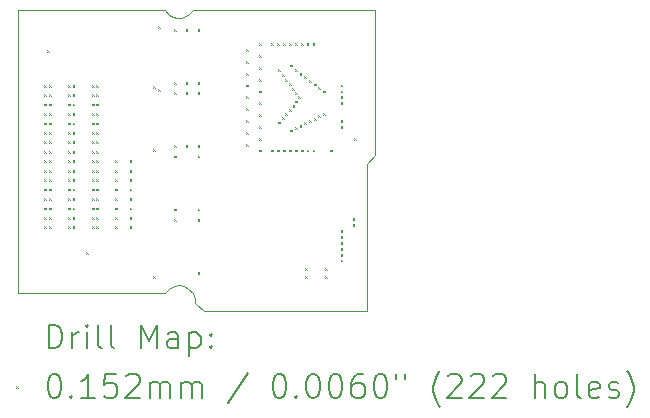
<source format=gbr>
%TF.GenerationSoftware,KiCad,Pcbnew,8.0.5*%
%TF.CreationDate,2025-10-23T09:57:47-05:00*%
%TF.ProjectId,iris-128s,69726973-2d31-4323-9873-2e6b69636164,1*%
%TF.SameCoordinates,Original*%
%TF.FileFunction,Drillmap*%
%TF.FilePolarity,Positive*%
%FSLAX45Y45*%
G04 Gerber Fmt 4.5, Leading zero omitted, Abs format (unit mm)*
G04 Created by KiCad (PCBNEW 8.0.5) date 2025-10-23 09:57:47*
%MOMM*%
%LPD*%
G01*
G04 APERTURE LIST*
%ADD10C,0.050000*%
%ADD11C,0.200000*%
%ADD12C,0.100000*%
G04 APERTURE END LIST*
D10*
X9550000Y-10400000D02*
X9550000Y-8000000D01*
X10990000Y-10360000D02*
X11030000Y-10400000D01*
X11000000Y-8035000D02*
X11030000Y-8000000D01*
X12570000Y-8000000D02*
X12570000Y-9230000D01*
X10790000Y-10400000D02*
X10830000Y-10360000D01*
X10895000Y-8070000D02*
X10930000Y-8070000D01*
X9550000Y-8000000D02*
X10790000Y-8000000D01*
X10830000Y-10360000D02*
X10870000Y-10340000D01*
X10790000Y-10400000D02*
X9550000Y-10400000D01*
X11030000Y-10400000D02*
X11050000Y-10450000D01*
X12100000Y-10550000D02*
X11120000Y-10550000D01*
X10790000Y-8000000D02*
X10825000Y-8040000D01*
X11050000Y-10450000D02*
X11050000Y-10480000D01*
X10950000Y-10340250D02*
X10990000Y-10360000D01*
X10970000Y-8055000D02*
X11000000Y-8035000D01*
X12500000Y-9300000D02*
X12500000Y-10550000D01*
X10910000Y-10330000D02*
X10950000Y-10340250D01*
X10930000Y-8070000D02*
X10970000Y-8055000D01*
X10825000Y-8040000D02*
X10860000Y-8060000D01*
X12570000Y-9230000D02*
X12500000Y-9300000D01*
X11120000Y-10550000D02*
X11050000Y-10480000D01*
X10870000Y-10340000D02*
X10910000Y-10330000D01*
X12500000Y-10550000D02*
X12100000Y-10550000D01*
X10860000Y-8060000D02*
X10895000Y-8070000D01*
X11030000Y-8000000D02*
X12570000Y-8000000D01*
D11*
D12*
X9772852Y-8632720D02*
X9788092Y-8647960D01*
X9788092Y-8632720D02*
X9772852Y-8647960D01*
X9772852Y-8712720D02*
X9788092Y-8727960D01*
X9788092Y-8712720D02*
X9772852Y-8727960D01*
X9772852Y-8792720D02*
X9788092Y-8807960D01*
X9788092Y-8792720D02*
X9772852Y-8807960D01*
X9772852Y-8872720D02*
X9788092Y-8887960D01*
X9788092Y-8872720D02*
X9772852Y-8887960D01*
X9772852Y-8952720D02*
X9788092Y-8967960D01*
X9788092Y-8952720D02*
X9772852Y-8967960D01*
X9772852Y-9032720D02*
X9788092Y-9047960D01*
X9788092Y-9032720D02*
X9772852Y-9047960D01*
X9772852Y-9112720D02*
X9788092Y-9127960D01*
X9788092Y-9112720D02*
X9772852Y-9127960D01*
X9772852Y-9192720D02*
X9788092Y-9207960D01*
X9788092Y-9192720D02*
X9772852Y-9207960D01*
X9772852Y-9272720D02*
X9788092Y-9287960D01*
X9788092Y-9272720D02*
X9772852Y-9287960D01*
X9772852Y-9352720D02*
X9788092Y-9367960D01*
X9788092Y-9352720D02*
X9772852Y-9367960D01*
X9772852Y-9432720D02*
X9788092Y-9447960D01*
X9788092Y-9432720D02*
X9772852Y-9447960D01*
X9772852Y-9512720D02*
X9788092Y-9527960D01*
X9788092Y-9512720D02*
X9772852Y-9527960D01*
X9772852Y-9592720D02*
X9788092Y-9607960D01*
X9788092Y-9592720D02*
X9772852Y-9607960D01*
X9772852Y-9672720D02*
X9788092Y-9687960D01*
X9788092Y-9672720D02*
X9772852Y-9687960D01*
X9772852Y-9752720D02*
X9788092Y-9767960D01*
X9788092Y-9752720D02*
X9772852Y-9767960D01*
X9772852Y-9832720D02*
X9788092Y-9847960D01*
X9788092Y-9832720D02*
X9772852Y-9847960D01*
X9796780Y-8340890D02*
X9812020Y-8356130D01*
X9812020Y-8340890D02*
X9796780Y-8356130D01*
X9811570Y-8632732D02*
X9826810Y-8647972D01*
X9826810Y-8632732D02*
X9811570Y-8647972D01*
X9811570Y-8712732D02*
X9826810Y-8727972D01*
X9826810Y-8712732D02*
X9811570Y-8727972D01*
X9811570Y-8792732D02*
X9826810Y-8807972D01*
X9826810Y-8792732D02*
X9811570Y-8807972D01*
X9811570Y-8872732D02*
X9826810Y-8887972D01*
X9826810Y-8872732D02*
X9811570Y-8887972D01*
X9811570Y-8952732D02*
X9826810Y-8967972D01*
X9826810Y-8952732D02*
X9811570Y-8967972D01*
X9811570Y-9032732D02*
X9826810Y-9047972D01*
X9826810Y-9032732D02*
X9811570Y-9047972D01*
X9811570Y-9112732D02*
X9826810Y-9127972D01*
X9826810Y-9112732D02*
X9811570Y-9127972D01*
X9811570Y-9192732D02*
X9826810Y-9207972D01*
X9826810Y-9192732D02*
X9811570Y-9207972D01*
X9811570Y-9272732D02*
X9826810Y-9287972D01*
X9826810Y-9272732D02*
X9811570Y-9287972D01*
X9811570Y-9352732D02*
X9826810Y-9367972D01*
X9826810Y-9352732D02*
X9811570Y-9367972D01*
X9811570Y-9432732D02*
X9826810Y-9447972D01*
X9826810Y-9432732D02*
X9811570Y-9447972D01*
X9811570Y-9512732D02*
X9826810Y-9527972D01*
X9826810Y-9512732D02*
X9811570Y-9527972D01*
X9811570Y-9592732D02*
X9826810Y-9607972D01*
X9826810Y-9592732D02*
X9811570Y-9607972D01*
X9811570Y-9672732D02*
X9826810Y-9687972D01*
X9826810Y-9672732D02*
X9811570Y-9687972D01*
X9811570Y-9752732D02*
X9826810Y-9767972D01*
X9826810Y-9752732D02*
X9811570Y-9767972D01*
X9811570Y-9832732D02*
X9826810Y-9847972D01*
X9826810Y-9832732D02*
X9811570Y-9847972D01*
X9972852Y-8632720D02*
X9988092Y-8647960D01*
X9988092Y-8632720D02*
X9972852Y-8647960D01*
X9972852Y-8712720D02*
X9988092Y-8727960D01*
X9988092Y-8712720D02*
X9972852Y-8727960D01*
X9972852Y-8792720D02*
X9988092Y-8807960D01*
X9988092Y-8792720D02*
X9972852Y-8807960D01*
X9972852Y-8872720D02*
X9988092Y-8887960D01*
X9988092Y-8872720D02*
X9972852Y-8887960D01*
X9972852Y-8952720D02*
X9988092Y-8967960D01*
X9988092Y-8952720D02*
X9972852Y-8967960D01*
X9972852Y-9032720D02*
X9988092Y-9047960D01*
X9988092Y-9032720D02*
X9972852Y-9047960D01*
X9972852Y-9112720D02*
X9988092Y-9127960D01*
X9988092Y-9112720D02*
X9972852Y-9127960D01*
X9972852Y-9192720D02*
X9988092Y-9207960D01*
X9988092Y-9192720D02*
X9972852Y-9207960D01*
X9972852Y-9272720D02*
X9988092Y-9287960D01*
X9988092Y-9272720D02*
X9972852Y-9287960D01*
X9972852Y-9352720D02*
X9988092Y-9367960D01*
X9988092Y-9352720D02*
X9972852Y-9367960D01*
X9972852Y-9432720D02*
X9988092Y-9447960D01*
X9988092Y-9432720D02*
X9972852Y-9447960D01*
X9972852Y-9512720D02*
X9988092Y-9527960D01*
X9988092Y-9512720D02*
X9972852Y-9527960D01*
X9972852Y-9592720D02*
X9988092Y-9607960D01*
X9988092Y-9592720D02*
X9972852Y-9607960D01*
X9972852Y-9672720D02*
X9988092Y-9687960D01*
X9988092Y-9672720D02*
X9972852Y-9687960D01*
X9972852Y-9752720D02*
X9988092Y-9767960D01*
X9988092Y-9752720D02*
X9972852Y-9767960D01*
X9972852Y-9832720D02*
X9988092Y-9847960D01*
X9988092Y-9832720D02*
X9972852Y-9847960D01*
X10011570Y-8632732D02*
X10026810Y-8647972D01*
X10026810Y-8632732D02*
X10011570Y-8647972D01*
X10011570Y-8712732D02*
X10026810Y-8727972D01*
X10026810Y-8712732D02*
X10011570Y-8727972D01*
X10011570Y-8792732D02*
X10026810Y-8807972D01*
X10026810Y-8792732D02*
X10011570Y-8807972D01*
X10011570Y-8872732D02*
X10026810Y-8887972D01*
X10026810Y-8872732D02*
X10011570Y-8887972D01*
X10011570Y-8952732D02*
X10026810Y-8967972D01*
X10026810Y-8952732D02*
X10011570Y-8967972D01*
X10011570Y-9032732D02*
X10026810Y-9047972D01*
X10026810Y-9032732D02*
X10011570Y-9047972D01*
X10011570Y-9112732D02*
X10026810Y-9127972D01*
X10026810Y-9112732D02*
X10011570Y-9127972D01*
X10011570Y-9192732D02*
X10026810Y-9207972D01*
X10026810Y-9192732D02*
X10011570Y-9207972D01*
X10011570Y-9272732D02*
X10026810Y-9287972D01*
X10026810Y-9272732D02*
X10011570Y-9287972D01*
X10011570Y-9352732D02*
X10026810Y-9367972D01*
X10026810Y-9352732D02*
X10011570Y-9367972D01*
X10011570Y-9432732D02*
X10026810Y-9447972D01*
X10026810Y-9432732D02*
X10011570Y-9447972D01*
X10011570Y-9512732D02*
X10026810Y-9527972D01*
X10026810Y-9512732D02*
X10011570Y-9527972D01*
X10011570Y-9592732D02*
X10026810Y-9607972D01*
X10026810Y-9592732D02*
X10011570Y-9607972D01*
X10011570Y-9672732D02*
X10026810Y-9687972D01*
X10026810Y-9672732D02*
X10011570Y-9687972D01*
X10011570Y-9752732D02*
X10026810Y-9767972D01*
X10026810Y-9752732D02*
X10011570Y-9767972D01*
X10011570Y-9832732D02*
X10026810Y-9847972D01*
X10026810Y-9832732D02*
X10011570Y-9847972D01*
X10124186Y-10047440D02*
X10139426Y-10062680D01*
X10139426Y-10047440D02*
X10124186Y-10062680D01*
X10172852Y-8632720D02*
X10188092Y-8647960D01*
X10188092Y-8632720D02*
X10172852Y-8647960D01*
X10172852Y-8712720D02*
X10188092Y-8727960D01*
X10188092Y-8712720D02*
X10172852Y-8727960D01*
X10172852Y-8792720D02*
X10188092Y-8807960D01*
X10188092Y-8792720D02*
X10172852Y-8807960D01*
X10172852Y-8872720D02*
X10188092Y-8887960D01*
X10188092Y-8872720D02*
X10172852Y-8887960D01*
X10172852Y-8952720D02*
X10188092Y-8967960D01*
X10188092Y-8952720D02*
X10172852Y-8967960D01*
X10172852Y-9032720D02*
X10188092Y-9047960D01*
X10188092Y-9032720D02*
X10172852Y-9047960D01*
X10172852Y-9112720D02*
X10188092Y-9127960D01*
X10188092Y-9112720D02*
X10172852Y-9127960D01*
X10172852Y-9192720D02*
X10188092Y-9207960D01*
X10188092Y-9192720D02*
X10172852Y-9207960D01*
X10172852Y-9272720D02*
X10188092Y-9287960D01*
X10188092Y-9272720D02*
X10172852Y-9287960D01*
X10172852Y-9352720D02*
X10188092Y-9367960D01*
X10188092Y-9352720D02*
X10172852Y-9367960D01*
X10172852Y-9432720D02*
X10188092Y-9447960D01*
X10188092Y-9432720D02*
X10172852Y-9447960D01*
X10172852Y-9512720D02*
X10188092Y-9527960D01*
X10188092Y-9512720D02*
X10172852Y-9527960D01*
X10172852Y-9592720D02*
X10188092Y-9607960D01*
X10188092Y-9592720D02*
X10172852Y-9607960D01*
X10172852Y-9672720D02*
X10188092Y-9687960D01*
X10188092Y-9672720D02*
X10172852Y-9687960D01*
X10172852Y-9752720D02*
X10188092Y-9767960D01*
X10188092Y-9752720D02*
X10172852Y-9767960D01*
X10172852Y-9832720D02*
X10188092Y-9847960D01*
X10188092Y-9832720D02*
X10172852Y-9847960D01*
X10211570Y-8632732D02*
X10226810Y-8647972D01*
X10226810Y-8632732D02*
X10211570Y-8647972D01*
X10211570Y-8712732D02*
X10226810Y-8727972D01*
X10226810Y-8712732D02*
X10211570Y-8727972D01*
X10211570Y-8792732D02*
X10226810Y-8807972D01*
X10226810Y-8792732D02*
X10211570Y-8807972D01*
X10211570Y-8872732D02*
X10226810Y-8887972D01*
X10226810Y-8872732D02*
X10211570Y-8887972D01*
X10211570Y-8952732D02*
X10226810Y-8967972D01*
X10226810Y-8952732D02*
X10211570Y-8967972D01*
X10211570Y-9032732D02*
X10226810Y-9047972D01*
X10226810Y-9032732D02*
X10211570Y-9047972D01*
X10211570Y-9112732D02*
X10226810Y-9127972D01*
X10226810Y-9112732D02*
X10211570Y-9127972D01*
X10211570Y-9192732D02*
X10226810Y-9207972D01*
X10226810Y-9192732D02*
X10211570Y-9207972D01*
X10211570Y-9272732D02*
X10226810Y-9287972D01*
X10226810Y-9272732D02*
X10211570Y-9287972D01*
X10211570Y-9352732D02*
X10226810Y-9367972D01*
X10226810Y-9352732D02*
X10211570Y-9367972D01*
X10211570Y-9432732D02*
X10226810Y-9447972D01*
X10226810Y-9432732D02*
X10211570Y-9447972D01*
X10211570Y-9512732D02*
X10226810Y-9527972D01*
X10226810Y-9512732D02*
X10211570Y-9527972D01*
X10211570Y-9592732D02*
X10226810Y-9607972D01*
X10226810Y-9592732D02*
X10211570Y-9607972D01*
X10211570Y-9672732D02*
X10226810Y-9687972D01*
X10226810Y-9672732D02*
X10211570Y-9687972D01*
X10211570Y-9752732D02*
X10226810Y-9767972D01*
X10226810Y-9752732D02*
X10211570Y-9767972D01*
X10211570Y-9832732D02*
X10226810Y-9847972D01*
X10226810Y-9832732D02*
X10211570Y-9847972D01*
X10372852Y-9272720D02*
X10388092Y-9287960D01*
X10388092Y-9272720D02*
X10372852Y-9287960D01*
X10372852Y-9352720D02*
X10388092Y-9367960D01*
X10388092Y-9352720D02*
X10372852Y-9367960D01*
X10372852Y-9432720D02*
X10388092Y-9447960D01*
X10388092Y-9432720D02*
X10372852Y-9447960D01*
X10372852Y-9512720D02*
X10388092Y-9527960D01*
X10388092Y-9512720D02*
X10372852Y-9527960D01*
X10372852Y-9592720D02*
X10388092Y-9607960D01*
X10388092Y-9592720D02*
X10372852Y-9607960D01*
X10372852Y-9672720D02*
X10388092Y-9687960D01*
X10388092Y-9672720D02*
X10372852Y-9687960D01*
X10372852Y-9752720D02*
X10388092Y-9767960D01*
X10388092Y-9752720D02*
X10372852Y-9767960D01*
X10372852Y-9832720D02*
X10388092Y-9847960D01*
X10388092Y-9832720D02*
X10372852Y-9847960D01*
X10492852Y-9272720D02*
X10508092Y-9287960D01*
X10508092Y-9272720D02*
X10492852Y-9287960D01*
X10492852Y-9352720D02*
X10508092Y-9367960D01*
X10508092Y-9352720D02*
X10492852Y-9367960D01*
X10492852Y-9432720D02*
X10508092Y-9447960D01*
X10508092Y-9432720D02*
X10492852Y-9447960D01*
X10492852Y-9512720D02*
X10508092Y-9527960D01*
X10508092Y-9512720D02*
X10492852Y-9527960D01*
X10492852Y-9592720D02*
X10508092Y-9607960D01*
X10508092Y-9592720D02*
X10492852Y-9607960D01*
X10492852Y-9672720D02*
X10508092Y-9687960D01*
X10508092Y-9672720D02*
X10492852Y-9687960D01*
X10492852Y-9752720D02*
X10508092Y-9767960D01*
X10508092Y-9752720D02*
X10492852Y-9767960D01*
X10492852Y-9832720D02*
X10508092Y-9847960D01*
X10508092Y-9832720D02*
X10492852Y-9847960D01*
X10690860Y-8644636D02*
X10706100Y-8659876D01*
X10706100Y-8644636D02*
X10690860Y-8659876D01*
X10691114Y-9179306D02*
X10706354Y-9194546D01*
X10706354Y-9179306D02*
X10691114Y-9194546D01*
X10691317Y-10250386D02*
X10706557Y-10265626D01*
X10706557Y-10250386D02*
X10691317Y-10265626D01*
X10734040Y-8134350D02*
X10749280Y-8149590D01*
X10749280Y-8134350D02*
X10734040Y-8149590D01*
X10734294Y-8669020D02*
X10749534Y-8684260D01*
X10749534Y-8669020D02*
X10734294Y-8684260D01*
X10868660Y-8162290D02*
X10883900Y-8177530D01*
X10883900Y-8162290D02*
X10868660Y-8177530D01*
X10868660Y-8611616D02*
X10883900Y-8626856D01*
X10883900Y-8611616D02*
X10868660Y-8626856D01*
X10868914Y-8696960D02*
X10884154Y-8712200D01*
X10884154Y-8696960D02*
X10868914Y-8712200D01*
X10868914Y-9146286D02*
X10884154Y-9161526D01*
X10884154Y-9146286D02*
X10868914Y-9161526D01*
X10869117Y-9233040D02*
X10884357Y-9248280D01*
X10884357Y-9233040D02*
X10869117Y-9248280D01*
X10869117Y-9682366D02*
X10884357Y-9697606D01*
X10884357Y-9682366D02*
X10869117Y-9697606D01*
X10869117Y-9768040D02*
X10884357Y-9783280D01*
X10884357Y-9768040D02*
X10869117Y-9783280D01*
X10967720Y-8162290D02*
X10982960Y-8177530D01*
X10982960Y-8162290D02*
X10967720Y-8177530D01*
X10967720Y-8611616D02*
X10982960Y-8626856D01*
X10982960Y-8611616D02*
X10967720Y-8626856D01*
X10967974Y-8696960D02*
X10983214Y-8712200D01*
X10983214Y-8696960D02*
X10967974Y-8712200D01*
X10967974Y-9146286D02*
X10983214Y-9161526D01*
X10983214Y-9146286D02*
X10967974Y-9161526D01*
X11069320Y-8162290D02*
X11084560Y-8177530D01*
X11084560Y-8162290D02*
X11069320Y-8177530D01*
X11069320Y-8611616D02*
X11084560Y-8626856D01*
X11084560Y-8611616D02*
X11069320Y-8626856D01*
X11069574Y-8696960D02*
X11084814Y-8712200D01*
X11084814Y-8696960D02*
X11069574Y-8712200D01*
X11069574Y-9146286D02*
X11084814Y-9161526D01*
X11084814Y-9146286D02*
X11069574Y-9161526D01*
X11069777Y-9233040D02*
X11085017Y-9248280D01*
X11085017Y-9233040D02*
X11069777Y-9248280D01*
X11069777Y-9682366D02*
X11085017Y-9697606D01*
X11085017Y-9682366D02*
X11069777Y-9697606D01*
X11069777Y-9768040D02*
X11085017Y-9783280D01*
X11085017Y-9768040D02*
X11069777Y-9783280D01*
X11069777Y-10217366D02*
X11085017Y-10232606D01*
X11085017Y-10217366D02*
X11069777Y-10232606D01*
X11482380Y-8332380D02*
X11497620Y-8347620D01*
X11497620Y-8332380D02*
X11482380Y-8347620D01*
X11482380Y-8432380D02*
X11497620Y-8447620D01*
X11497620Y-8432380D02*
X11482380Y-8447620D01*
X11482380Y-8532380D02*
X11497620Y-8547620D01*
X11497620Y-8532380D02*
X11482380Y-8547620D01*
X11482380Y-8632380D02*
X11497620Y-8647620D01*
X11497620Y-8632380D02*
X11482380Y-8647620D01*
X11482380Y-8732380D02*
X11497620Y-8747620D01*
X11497620Y-8732380D02*
X11482380Y-8747620D01*
X11482380Y-8832380D02*
X11497620Y-8847620D01*
X11497620Y-8832380D02*
X11482380Y-8847620D01*
X11482380Y-8932380D02*
X11497620Y-8947620D01*
X11497620Y-8932380D02*
X11482380Y-8947620D01*
X11482380Y-9032380D02*
X11497620Y-9047620D01*
X11497620Y-9032380D02*
X11482380Y-9047620D01*
X11482380Y-9132380D02*
X11497620Y-9147620D01*
X11497620Y-9132380D02*
X11482380Y-9147620D01*
X11592228Y-8582406D02*
X11607468Y-8597646D01*
X11607468Y-8582406D02*
X11592228Y-8597646D01*
X11592228Y-8682482D02*
X11607468Y-8697722D01*
X11607468Y-8682482D02*
X11592228Y-8697722D01*
X11592228Y-8782304D02*
X11607468Y-8797544D01*
X11607468Y-8782304D02*
X11592228Y-8797544D01*
X11592482Y-8282432D02*
X11607722Y-8297672D01*
X11607722Y-8282432D02*
X11592482Y-8297672D01*
X11592482Y-8382508D02*
X11607722Y-8397748D01*
X11607722Y-8382508D02*
X11592482Y-8397748D01*
X11592482Y-8482330D02*
X11607722Y-8497570D01*
X11607722Y-8482330D02*
X11592482Y-8497570D01*
X11592482Y-8882202D02*
X11607722Y-8897442D01*
X11607722Y-8882202D02*
X11592482Y-8897442D01*
X11592482Y-8982202D02*
X11607722Y-8997442D01*
X11607722Y-8982202D02*
X11592482Y-8997442D01*
X11592482Y-9082278D02*
X11607722Y-9097518D01*
X11607722Y-9082278D02*
X11592482Y-9097518D01*
X11592482Y-9182278D02*
X11607722Y-9197518D01*
X11607722Y-9182278D02*
X11592482Y-9197518D01*
X11692304Y-9182354D02*
X11707544Y-9197594D01*
X11707544Y-9182354D02*
X11692304Y-9197594D01*
X11692342Y-8282432D02*
X11707582Y-8297672D01*
X11707582Y-8282432D02*
X11692342Y-8297672D01*
X11742304Y-9182354D02*
X11757544Y-9197594D01*
X11757544Y-9182354D02*
X11742304Y-9197594D01*
X11742342Y-8282432D02*
X11757582Y-8297672D01*
X11757582Y-8282432D02*
X11742342Y-8297672D01*
X11752502Y-8502396D02*
X11767742Y-8517636D01*
X11767742Y-8502396D02*
X11752502Y-8517636D01*
X11752502Y-8944356D02*
X11767742Y-8959596D01*
X11767742Y-8944356D02*
X11752502Y-8959596D01*
X11782502Y-8542396D02*
X11797742Y-8557636D01*
X11797742Y-8542396D02*
X11782502Y-8557636D01*
X11782502Y-8909356D02*
X11797742Y-8924596D01*
X11797742Y-8909356D02*
X11782502Y-8924596D01*
X11792304Y-9182354D02*
X11807544Y-9197594D01*
X11807544Y-9182354D02*
X11792304Y-9197594D01*
X11792342Y-8282432D02*
X11807582Y-8297672D01*
X11807582Y-8282432D02*
X11792342Y-8297672D01*
X11812448Y-8874252D02*
X11827688Y-8889492D01*
X11827688Y-8874252D02*
X11812448Y-8889492D01*
X11812502Y-8582396D02*
X11827742Y-8597636D01*
X11827742Y-8582396D02*
X11812502Y-8597636D01*
X11842304Y-9182354D02*
X11857544Y-9197594D01*
X11857544Y-9182354D02*
X11842304Y-9197594D01*
X11842342Y-8282432D02*
X11857582Y-8297672D01*
X11857582Y-8282432D02*
X11842342Y-8297672D01*
X11842380Y-8622380D02*
X11857620Y-8637620D01*
X11857620Y-8622380D02*
X11842380Y-8637620D01*
X11842674Y-8839200D02*
X11857914Y-8854440D01*
X11857914Y-8839200D02*
X11842674Y-8854440D01*
X11852486Y-8462482D02*
X11867726Y-8477722D01*
X11867726Y-8462482D02*
X11852486Y-8477722D01*
X11852486Y-9012474D02*
X11867726Y-9027714D01*
X11867726Y-9012474D02*
X11852486Y-9027714D01*
X11872380Y-8662380D02*
X11887620Y-8677620D01*
X11887620Y-8662380D02*
X11872380Y-8677620D01*
X11872646Y-8802370D02*
X11887886Y-8817610D01*
X11887886Y-8802370D02*
X11872646Y-8817610D01*
X11892380Y-8282380D02*
X11907620Y-8297620D01*
X11907620Y-8282380D02*
X11892380Y-8297620D01*
X11892380Y-9182380D02*
X11907620Y-9197620D01*
X11907620Y-9182380D02*
X11892380Y-9197620D01*
X11892486Y-8502482D02*
X11907726Y-8517722D01*
X11907726Y-8502482D02*
X11892486Y-8517722D01*
X11892486Y-8992474D02*
X11907726Y-9007714D01*
X11907726Y-8992474D02*
X11892486Y-9007714D01*
X11897380Y-8697380D02*
X11912620Y-8712620D01*
X11912620Y-8697380D02*
X11897380Y-8712620D01*
X11897538Y-8767318D02*
X11912778Y-8782558D01*
X11912778Y-8767318D02*
X11897538Y-8782558D01*
X11922380Y-8732380D02*
X11937620Y-8747620D01*
X11937620Y-8732380D02*
X11922380Y-8747620D01*
X11932486Y-8532482D02*
X11947726Y-8547722D01*
X11947726Y-8532482D02*
X11932486Y-8547722D01*
X11932486Y-8972474D02*
X11947726Y-8987714D01*
X11947726Y-8972474D02*
X11932486Y-8987714D01*
X11942380Y-8282380D02*
X11957620Y-8297620D01*
X11957620Y-8282380D02*
X11942380Y-8297620D01*
X11942380Y-9182380D02*
X11957620Y-9197620D01*
X11957620Y-9182380D02*
X11942380Y-9197620D01*
X11972486Y-8562482D02*
X11987726Y-8577722D01*
X11987726Y-8562482D02*
X11972486Y-8577722D01*
X11972486Y-8952474D02*
X11987726Y-8967714D01*
X11987726Y-8952474D02*
X11972486Y-8967714D01*
X11979362Y-10188536D02*
X11994602Y-10203776D01*
X11994602Y-10188536D02*
X11979362Y-10203776D01*
X11979362Y-10252036D02*
X11994602Y-10267276D01*
X11994602Y-10252036D02*
X11979362Y-10267276D01*
X11992380Y-8282380D02*
X12007620Y-8297620D01*
X12007620Y-8282380D02*
X11992380Y-8297620D01*
X11992380Y-9182380D02*
X12007620Y-9197620D01*
X12007620Y-9182380D02*
X11992380Y-9197620D01*
X12012486Y-8592482D02*
X12027726Y-8607722D01*
X12027726Y-8592482D02*
X12012486Y-8607722D01*
X12012486Y-8932474D02*
X12027726Y-8947714D01*
X12027726Y-8932474D02*
X12012486Y-8947714D01*
X12042380Y-8282380D02*
X12057620Y-8297620D01*
X12057620Y-8282380D02*
X12042380Y-8297620D01*
X12042380Y-9182380D02*
X12057620Y-9197620D01*
X12057620Y-9182380D02*
X12042380Y-9197620D01*
X12052486Y-8622482D02*
X12067726Y-8637722D01*
X12067726Y-8622482D02*
X12052486Y-8637722D01*
X12052486Y-8912474D02*
X12067726Y-8927714D01*
X12067726Y-8912474D02*
X12052486Y-8927714D01*
X12092486Y-8652482D02*
X12107726Y-8667722D01*
X12107726Y-8652482D02*
X12092486Y-8667722D01*
X12092486Y-8892474D02*
X12107726Y-8907714D01*
X12107726Y-8892474D02*
X12092486Y-8907714D01*
X12132486Y-8682482D02*
X12147726Y-8697722D01*
X12147726Y-8682482D02*
X12132486Y-8697722D01*
X12132486Y-8872474D02*
X12147726Y-8887714D01*
X12147726Y-8872474D02*
X12132486Y-8887714D01*
X12149542Y-10188536D02*
X12164782Y-10203776D01*
X12164782Y-10188536D02*
X12149542Y-10203776D01*
X12149542Y-10252036D02*
X12164782Y-10267276D01*
X12164782Y-10252036D02*
X12149542Y-10267276D01*
X12192380Y-9182380D02*
X12207620Y-9197620D01*
X12207620Y-9182380D02*
X12192380Y-9197620D01*
X12279252Y-10063980D02*
X12294492Y-10079220D01*
X12294492Y-10063980D02*
X12279252Y-10079220D01*
X12279252Y-10113980D02*
X12294492Y-10129220D01*
X12294492Y-10113980D02*
X12279252Y-10129220D01*
X12279442Y-9863916D02*
X12294682Y-9879156D01*
X12294682Y-9863916D02*
X12279442Y-9879156D01*
X12279442Y-9913916D02*
X12294682Y-9929156D01*
X12294682Y-9913916D02*
X12279442Y-9929156D01*
X12279442Y-9963916D02*
X12294682Y-9979156D01*
X12294682Y-9963916D02*
X12279442Y-9979156D01*
X12279442Y-10013916D02*
X12294682Y-10029156D01*
X12294682Y-10013916D02*
X12279442Y-10029156D01*
X12279459Y-8981504D02*
X12294699Y-8996744D01*
X12294699Y-8981504D02*
X12279459Y-8996744D01*
X12279630Y-8632444D02*
X12294870Y-8647684D01*
X12294870Y-8632444D02*
X12279630Y-8647684D01*
X12279630Y-8682444D02*
X12294870Y-8697684D01*
X12294870Y-8682444D02*
X12279630Y-8697684D01*
X12279630Y-8732330D02*
X12294870Y-8747570D01*
X12294870Y-8732330D02*
X12279630Y-8747570D01*
X12279630Y-8782444D02*
X12294870Y-8797684D01*
X12294870Y-8782444D02*
X12279630Y-8797684D01*
X12279630Y-8932444D02*
X12294870Y-8947684D01*
X12294870Y-8932444D02*
X12279630Y-8947684D01*
X12381042Y-9813916D02*
X12396282Y-9829156D01*
X12396282Y-9813916D02*
X12381042Y-9829156D01*
X12381230Y-9763980D02*
X12396470Y-9779220D01*
X12396470Y-9763980D02*
X12381230Y-9779220D01*
X12392708Y-9087118D02*
X12407948Y-9102358D01*
X12407948Y-9087118D02*
X12392708Y-9102358D01*
D11*
X9808277Y-10863984D02*
X9808277Y-10663984D01*
X9808277Y-10663984D02*
X9855896Y-10663984D01*
X9855896Y-10663984D02*
X9884467Y-10673508D01*
X9884467Y-10673508D02*
X9903515Y-10692555D01*
X9903515Y-10692555D02*
X9913039Y-10711603D01*
X9913039Y-10711603D02*
X9922563Y-10749698D01*
X9922563Y-10749698D02*
X9922563Y-10778270D01*
X9922563Y-10778270D02*
X9913039Y-10816365D01*
X9913039Y-10816365D02*
X9903515Y-10835412D01*
X9903515Y-10835412D02*
X9884467Y-10854460D01*
X9884467Y-10854460D02*
X9855896Y-10863984D01*
X9855896Y-10863984D02*
X9808277Y-10863984D01*
X10008277Y-10863984D02*
X10008277Y-10730650D01*
X10008277Y-10768746D02*
X10017801Y-10749698D01*
X10017801Y-10749698D02*
X10027324Y-10740174D01*
X10027324Y-10740174D02*
X10046372Y-10730650D01*
X10046372Y-10730650D02*
X10065420Y-10730650D01*
X10132086Y-10863984D02*
X10132086Y-10730650D01*
X10132086Y-10663984D02*
X10122563Y-10673508D01*
X10122563Y-10673508D02*
X10132086Y-10683031D01*
X10132086Y-10683031D02*
X10141610Y-10673508D01*
X10141610Y-10673508D02*
X10132086Y-10663984D01*
X10132086Y-10663984D02*
X10132086Y-10683031D01*
X10255896Y-10863984D02*
X10236848Y-10854460D01*
X10236848Y-10854460D02*
X10227324Y-10835412D01*
X10227324Y-10835412D02*
X10227324Y-10663984D01*
X10360658Y-10863984D02*
X10341610Y-10854460D01*
X10341610Y-10854460D02*
X10332086Y-10835412D01*
X10332086Y-10835412D02*
X10332086Y-10663984D01*
X10589229Y-10863984D02*
X10589229Y-10663984D01*
X10589229Y-10663984D02*
X10655896Y-10806841D01*
X10655896Y-10806841D02*
X10722563Y-10663984D01*
X10722563Y-10663984D02*
X10722563Y-10863984D01*
X10903515Y-10863984D02*
X10903515Y-10759222D01*
X10903515Y-10759222D02*
X10893991Y-10740174D01*
X10893991Y-10740174D02*
X10874944Y-10730650D01*
X10874944Y-10730650D02*
X10836848Y-10730650D01*
X10836848Y-10730650D02*
X10817801Y-10740174D01*
X10903515Y-10854460D02*
X10884467Y-10863984D01*
X10884467Y-10863984D02*
X10836848Y-10863984D01*
X10836848Y-10863984D02*
X10817801Y-10854460D01*
X10817801Y-10854460D02*
X10808277Y-10835412D01*
X10808277Y-10835412D02*
X10808277Y-10816365D01*
X10808277Y-10816365D02*
X10817801Y-10797317D01*
X10817801Y-10797317D02*
X10836848Y-10787793D01*
X10836848Y-10787793D02*
X10884467Y-10787793D01*
X10884467Y-10787793D02*
X10903515Y-10778270D01*
X10998753Y-10730650D02*
X10998753Y-10930650D01*
X10998753Y-10740174D02*
X11017801Y-10730650D01*
X11017801Y-10730650D02*
X11055896Y-10730650D01*
X11055896Y-10730650D02*
X11074944Y-10740174D01*
X11074944Y-10740174D02*
X11084467Y-10749698D01*
X11084467Y-10749698D02*
X11093991Y-10768746D01*
X11093991Y-10768746D02*
X11093991Y-10825889D01*
X11093991Y-10825889D02*
X11084467Y-10844936D01*
X11084467Y-10844936D02*
X11074944Y-10854460D01*
X11074944Y-10854460D02*
X11055896Y-10863984D01*
X11055896Y-10863984D02*
X11017801Y-10863984D01*
X11017801Y-10863984D02*
X10998753Y-10854460D01*
X11179705Y-10844936D02*
X11189229Y-10854460D01*
X11189229Y-10854460D02*
X11179705Y-10863984D01*
X11179705Y-10863984D02*
X11170182Y-10854460D01*
X11170182Y-10854460D02*
X11179705Y-10844936D01*
X11179705Y-10844936D02*
X11179705Y-10863984D01*
X11179705Y-10740174D02*
X11189229Y-10749698D01*
X11189229Y-10749698D02*
X11179705Y-10759222D01*
X11179705Y-10759222D02*
X11170182Y-10749698D01*
X11170182Y-10749698D02*
X11179705Y-10740174D01*
X11179705Y-10740174D02*
X11179705Y-10759222D01*
D12*
X9532260Y-11184880D02*
X9547500Y-11200120D01*
X9547500Y-11184880D02*
X9532260Y-11200120D01*
D11*
X9846372Y-11083984D02*
X9865420Y-11083984D01*
X9865420Y-11083984D02*
X9884467Y-11093508D01*
X9884467Y-11093508D02*
X9893991Y-11103031D01*
X9893991Y-11103031D02*
X9903515Y-11122079D01*
X9903515Y-11122079D02*
X9913039Y-11160174D01*
X9913039Y-11160174D02*
X9913039Y-11207793D01*
X9913039Y-11207793D02*
X9903515Y-11245888D01*
X9903515Y-11245888D02*
X9893991Y-11264936D01*
X9893991Y-11264936D02*
X9884467Y-11274460D01*
X9884467Y-11274460D02*
X9865420Y-11283984D01*
X9865420Y-11283984D02*
X9846372Y-11283984D01*
X9846372Y-11283984D02*
X9827324Y-11274460D01*
X9827324Y-11274460D02*
X9817801Y-11264936D01*
X9817801Y-11264936D02*
X9808277Y-11245888D01*
X9808277Y-11245888D02*
X9798753Y-11207793D01*
X9798753Y-11207793D02*
X9798753Y-11160174D01*
X9798753Y-11160174D02*
X9808277Y-11122079D01*
X9808277Y-11122079D02*
X9817801Y-11103031D01*
X9817801Y-11103031D02*
X9827324Y-11093508D01*
X9827324Y-11093508D02*
X9846372Y-11083984D01*
X9998753Y-11264936D02*
X10008277Y-11274460D01*
X10008277Y-11274460D02*
X9998753Y-11283984D01*
X9998753Y-11283984D02*
X9989229Y-11274460D01*
X9989229Y-11274460D02*
X9998753Y-11264936D01*
X9998753Y-11264936D02*
X9998753Y-11283984D01*
X10198753Y-11283984D02*
X10084467Y-11283984D01*
X10141610Y-11283984D02*
X10141610Y-11083984D01*
X10141610Y-11083984D02*
X10122563Y-11112555D01*
X10122563Y-11112555D02*
X10103515Y-11131603D01*
X10103515Y-11131603D02*
X10084467Y-11141127D01*
X10379705Y-11083984D02*
X10284467Y-11083984D01*
X10284467Y-11083984D02*
X10274944Y-11179222D01*
X10274944Y-11179222D02*
X10284467Y-11169698D01*
X10284467Y-11169698D02*
X10303515Y-11160174D01*
X10303515Y-11160174D02*
X10351134Y-11160174D01*
X10351134Y-11160174D02*
X10370182Y-11169698D01*
X10370182Y-11169698D02*
X10379705Y-11179222D01*
X10379705Y-11179222D02*
X10389229Y-11198269D01*
X10389229Y-11198269D02*
X10389229Y-11245888D01*
X10389229Y-11245888D02*
X10379705Y-11264936D01*
X10379705Y-11264936D02*
X10370182Y-11274460D01*
X10370182Y-11274460D02*
X10351134Y-11283984D01*
X10351134Y-11283984D02*
X10303515Y-11283984D01*
X10303515Y-11283984D02*
X10284467Y-11274460D01*
X10284467Y-11274460D02*
X10274944Y-11264936D01*
X10465420Y-11103031D02*
X10474944Y-11093508D01*
X10474944Y-11093508D02*
X10493991Y-11083984D01*
X10493991Y-11083984D02*
X10541610Y-11083984D01*
X10541610Y-11083984D02*
X10560658Y-11093508D01*
X10560658Y-11093508D02*
X10570182Y-11103031D01*
X10570182Y-11103031D02*
X10579705Y-11122079D01*
X10579705Y-11122079D02*
X10579705Y-11141127D01*
X10579705Y-11141127D02*
X10570182Y-11169698D01*
X10570182Y-11169698D02*
X10455896Y-11283984D01*
X10455896Y-11283984D02*
X10579705Y-11283984D01*
X10665420Y-11283984D02*
X10665420Y-11150650D01*
X10665420Y-11169698D02*
X10674944Y-11160174D01*
X10674944Y-11160174D02*
X10693991Y-11150650D01*
X10693991Y-11150650D02*
X10722563Y-11150650D01*
X10722563Y-11150650D02*
X10741610Y-11160174D01*
X10741610Y-11160174D02*
X10751134Y-11179222D01*
X10751134Y-11179222D02*
X10751134Y-11283984D01*
X10751134Y-11179222D02*
X10760658Y-11160174D01*
X10760658Y-11160174D02*
X10779705Y-11150650D01*
X10779705Y-11150650D02*
X10808277Y-11150650D01*
X10808277Y-11150650D02*
X10827325Y-11160174D01*
X10827325Y-11160174D02*
X10836848Y-11179222D01*
X10836848Y-11179222D02*
X10836848Y-11283984D01*
X10932086Y-11283984D02*
X10932086Y-11150650D01*
X10932086Y-11169698D02*
X10941610Y-11160174D01*
X10941610Y-11160174D02*
X10960658Y-11150650D01*
X10960658Y-11150650D02*
X10989229Y-11150650D01*
X10989229Y-11150650D02*
X11008277Y-11160174D01*
X11008277Y-11160174D02*
X11017801Y-11179222D01*
X11017801Y-11179222D02*
X11017801Y-11283984D01*
X11017801Y-11179222D02*
X11027325Y-11160174D01*
X11027325Y-11160174D02*
X11046372Y-11150650D01*
X11046372Y-11150650D02*
X11074944Y-11150650D01*
X11074944Y-11150650D02*
X11093991Y-11160174D01*
X11093991Y-11160174D02*
X11103515Y-11179222D01*
X11103515Y-11179222D02*
X11103515Y-11283984D01*
X11493991Y-11074460D02*
X11322563Y-11331603D01*
X11751134Y-11083984D02*
X11770182Y-11083984D01*
X11770182Y-11083984D02*
X11789229Y-11093508D01*
X11789229Y-11093508D02*
X11798753Y-11103031D01*
X11798753Y-11103031D02*
X11808277Y-11122079D01*
X11808277Y-11122079D02*
X11817801Y-11160174D01*
X11817801Y-11160174D02*
X11817801Y-11207793D01*
X11817801Y-11207793D02*
X11808277Y-11245888D01*
X11808277Y-11245888D02*
X11798753Y-11264936D01*
X11798753Y-11264936D02*
X11789229Y-11274460D01*
X11789229Y-11274460D02*
X11770182Y-11283984D01*
X11770182Y-11283984D02*
X11751134Y-11283984D01*
X11751134Y-11283984D02*
X11732086Y-11274460D01*
X11732086Y-11274460D02*
X11722563Y-11264936D01*
X11722563Y-11264936D02*
X11713039Y-11245888D01*
X11713039Y-11245888D02*
X11703515Y-11207793D01*
X11703515Y-11207793D02*
X11703515Y-11160174D01*
X11703515Y-11160174D02*
X11713039Y-11122079D01*
X11713039Y-11122079D02*
X11722563Y-11103031D01*
X11722563Y-11103031D02*
X11732086Y-11093508D01*
X11732086Y-11093508D02*
X11751134Y-11083984D01*
X11903515Y-11264936D02*
X11913039Y-11274460D01*
X11913039Y-11274460D02*
X11903515Y-11283984D01*
X11903515Y-11283984D02*
X11893991Y-11274460D01*
X11893991Y-11274460D02*
X11903515Y-11264936D01*
X11903515Y-11264936D02*
X11903515Y-11283984D01*
X12036848Y-11083984D02*
X12055896Y-11083984D01*
X12055896Y-11083984D02*
X12074944Y-11093508D01*
X12074944Y-11093508D02*
X12084467Y-11103031D01*
X12084467Y-11103031D02*
X12093991Y-11122079D01*
X12093991Y-11122079D02*
X12103515Y-11160174D01*
X12103515Y-11160174D02*
X12103515Y-11207793D01*
X12103515Y-11207793D02*
X12093991Y-11245888D01*
X12093991Y-11245888D02*
X12084467Y-11264936D01*
X12084467Y-11264936D02*
X12074944Y-11274460D01*
X12074944Y-11274460D02*
X12055896Y-11283984D01*
X12055896Y-11283984D02*
X12036848Y-11283984D01*
X12036848Y-11283984D02*
X12017801Y-11274460D01*
X12017801Y-11274460D02*
X12008277Y-11264936D01*
X12008277Y-11264936D02*
X11998753Y-11245888D01*
X11998753Y-11245888D02*
X11989229Y-11207793D01*
X11989229Y-11207793D02*
X11989229Y-11160174D01*
X11989229Y-11160174D02*
X11998753Y-11122079D01*
X11998753Y-11122079D02*
X12008277Y-11103031D01*
X12008277Y-11103031D02*
X12017801Y-11093508D01*
X12017801Y-11093508D02*
X12036848Y-11083984D01*
X12227325Y-11083984D02*
X12246372Y-11083984D01*
X12246372Y-11083984D02*
X12265420Y-11093508D01*
X12265420Y-11093508D02*
X12274944Y-11103031D01*
X12274944Y-11103031D02*
X12284467Y-11122079D01*
X12284467Y-11122079D02*
X12293991Y-11160174D01*
X12293991Y-11160174D02*
X12293991Y-11207793D01*
X12293991Y-11207793D02*
X12284467Y-11245888D01*
X12284467Y-11245888D02*
X12274944Y-11264936D01*
X12274944Y-11264936D02*
X12265420Y-11274460D01*
X12265420Y-11274460D02*
X12246372Y-11283984D01*
X12246372Y-11283984D02*
X12227325Y-11283984D01*
X12227325Y-11283984D02*
X12208277Y-11274460D01*
X12208277Y-11274460D02*
X12198753Y-11264936D01*
X12198753Y-11264936D02*
X12189229Y-11245888D01*
X12189229Y-11245888D02*
X12179706Y-11207793D01*
X12179706Y-11207793D02*
X12179706Y-11160174D01*
X12179706Y-11160174D02*
X12189229Y-11122079D01*
X12189229Y-11122079D02*
X12198753Y-11103031D01*
X12198753Y-11103031D02*
X12208277Y-11093508D01*
X12208277Y-11093508D02*
X12227325Y-11083984D01*
X12465420Y-11083984D02*
X12427325Y-11083984D01*
X12427325Y-11083984D02*
X12408277Y-11093508D01*
X12408277Y-11093508D02*
X12398753Y-11103031D01*
X12398753Y-11103031D02*
X12379706Y-11131603D01*
X12379706Y-11131603D02*
X12370182Y-11169698D01*
X12370182Y-11169698D02*
X12370182Y-11245888D01*
X12370182Y-11245888D02*
X12379706Y-11264936D01*
X12379706Y-11264936D02*
X12389229Y-11274460D01*
X12389229Y-11274460D02*
X12408277Y-11283984D01*
X12408277Y-11283984D02*
X12446372Y-11283984D01*
X12446372Y-11283984D02*
X12465420Y-11274460D01*
X12465420Y-11274460D02*
X12474944Y-11264936D01*
X12474944Y-11264936D02*
X12484467Y-11245888D01*
X12484467Y-11245888D02*
X12484467Y-11198269D01*
X12484467Y-11198269D02*
X12474944Y-11179222D01*
X12474944Y-11179222D02*
X12465420Y-11169698D01*
X12465420Y-11169698D02*
X12446372Y-11160174D01*
X12446372Y-11160174D02*
X12408277Y-11160174D01*
X12408277Y-11160174D02*
X12389229Y-11169698D01*
X12389229Y-11169698D02*
X12379706Y-11179222D01*
X12379706Y-11179222D02*
X12370182Y-11198269D01*
X12608277Y-11083984D02*
X12627325Y-11083984D01*
X12627325Y-11083984D02*
X12646372Y-11093508D01*
X12646372Y-11093508D02*
X12655896Y-11103031D01*
X12655896Y-11103031D02*
X12665420Y-11122079D01*
X12665420Y-11122079D02*
X12674944Y-11160174D01*
X12674944Y-11160174D02*
X12674944Y-11207793D01*
X12674944Y-11207793D02*
X12665420Y-11245888D01*
X12665420Y-11245888D02*
X12655896Y-11264936D01*
X12655896Y-11264936D02*
X12646372Y-11274460D01*
X12646372Y-11274460D02*
X12627325Y-11283984D01*
X12627325Y-11283984D02*
X12608277Y-11283984D01*
X12608277Y-11283984D02*
X12589229Y-11274460D01*
X12589229Y-11274460D02*
X12579706Y-11264936D01*
X12579706Y-11264936D02*
X12570182Y-11245888D01*
X12570182Y-11245888D02*
X12560658Y-11207793D01*
X12560658Y-11207793D02*
X12560658Y-11160174D01*
X12560658Y-11160174D02*
X12570182Y-11122079D01*
X12570182Y-11122079D02*
X12579706Y-11103031D01*
X12579706Y-11103031D02*
X12589229Y-11093508D01*
X12589229Y-11093508D02*
X12608277Y-11083984D01*
X12751134Y-11083984D02*
X12751134Y-11122079D01*
X12827325Y-11083984D02*
X12827325Y-11122079D01*
X13122563Y-11360174D02*
X13113039Y-11350650D01*
X13113039Y-11350650D02*
X13093991Y-11322079D01*
X13093991Y-11322079D02*
X13084468Y-11303031D01*
X13084468Y-11303031D02*
X13074944Y-11274460D01*
X13074944Y-11274460D02*
X13065420Y-11226841D01*
X13065420Y-11226841D02*
X13065420Y-11188746D01*
X13065420Y-11188746D02*
X13074944Y-11141127D01*
X13074944Y-11141127D02*
X13084468Y-11112555D01*
X13084468Y-11112555D02*
X13093991Y-11093508D01*
X13093991Y-11093508D02*
X13113039Y-11064936D01*
X13113039Y-11064936D02*
X13122563Y-11055412D01*
X13189229Y-11103031D02*
X13198753Y-11093508D01*
X13198753Y-11093508D02*
X13217801Y-11083984D01*
X13217801Y-11083984D02*
X13265420Y-11083984D01*
X13265420Y-11083984D02*
X13284468Y-11093508D01*
X13284468Y-11093508D02*
X13293991Y-11103031D01*
X13293991Y-11103031D02*
X13303515Y-11122079D01*
X13303515Y-11122079D02*
X13303515Y-11141127D01*
X13303515Y-11141127D02*
X13293991Y-11169698D01*
X13293991Y-11169698D02*
X13179706Y-11283984D01*
X13179706Y-11283984D02*
X13303515Y-11283984D01*
X13379706Y-11103031D02*
X13389229Y-11093508D01*
X13389229Y-11093508D02*
X13408277Y-11083984D01*
X13408277Y-11083984D02*
X13455896Y-11083984D01*
X13455896Y-11083984D02*
X13474944Y-11093508D01*
X13474944Y-11093508D02*
X13484468Y-11103031D01*
X13484468Y-11103031D02*
X13493991Y-11122079D01*
X13493991Y-11122079D02*
X13493991Y-11141127D01*
X13493991Y-11141127D02*
X13484468Y-11169698D01*
X13484468Y-11169698D02*
X13370182Y-11283984D01*
X13370182Y-11283984D02*
X13493991Y-11283984D01*
X13570182Y-11103031D02*
X13579706Y-11093508D01*
X13579706Y-11093508D02*
X13598753Y-11083984D01*
X13598753Y-11083984D02*
X13646372Y-11083984D01*
X13646372Y-11083984D02*
X13665420Y-11093508D01*
X13665420Y-11093508D02*
X13674944Y-11103031D01*
X13674944Y-11103031D02*
X13684468Y-11122079D01*
X13684468Y-11122079D02*
X13684468Y-11141127D01*
X13684468Y-11141127D02*
X13674944Y-11169698D01*
X13674944Y-11169698D02*
X13560658Y-11283984D01*
X13560658Y-11283984D02*
X13684468Y-11283984D01*
X13922563Y-11283984D02*
X13922563Y-11083984D01*
X14008277Y-11283984D02*
X14008277Y-11179222D01*
X14008277Y-11179222D02*
X13998753Y-11160174D01*
X13998753Y-11160174D02*
X13979706Y-11150650D01*
X13979706Y-11150650D02*
X13951134Y-11150650D01*
X13951134Y-11150650D02*
X13932087Y-11160174D01*
X13932087Y-11160174D02*
X13922563Y-11169698D01*
X14132087Y-11283984D02*
X14113039Y-11274460D01*
X14113039Y-11274460D02*
X14103515Y-11264936D01*
X14103515Y-11264936D02*
X14093991Y-11245888D01*
X14093991Y-11245888D02*
X14093991Y-11188746D01*
X14093991Y-11188746D02*
X14103515Y-11169698D01*
X14103515Y-11169698D02*
X14113039Y-11160174D01*
X14113039Y-11160174D02*
X14132087Y-11150650D01*
X14132087Y-11150650D02*
X14160658Y-11150650D01*
X14160658Y-11150650D02*
X14179706Y-11160174D01*
X14179706Y-11160174D02*
X14189230Y-11169698D01*
X14189230Y-11169698D02*
X14198753Y-11188746D01*
X14198753Y-11188746D02*
X14198753Y-11245888D01*
X14198753Y-11245888D02*
X14189230Y-11264936D01*
X14189230Y-11264936D02*
X14179706Y-11274460D01*
X14179706Y-11274460D02*
X14160658Y-11283984D01*
X14160658Y-11283984D02*
X14132087Y-11283984D01*
X14313039Y-11283984D02*
X14293991Y-11274460D01*
X14293991Y-11274460D02*
X14284468Y-11255412D01*
X14284468Y-11255412D02*
X14284468Y-11083984D01*
X14465420Y-11274460D02*
X14446372Y-11283984D01*
X14446372Y-11283984D02*
X14408277Y-11283984D01*
X14408277Y-11283984D02*
X14389230Y-11274460D01*
X14389230Y-11274460D02*
X14379706Y-11255412D01*
X14379706Y-11255412D02*
X14379706Y-11179222D01*
X14379706Y-11179222D02*
X14389230Y-11160174D01*
X14389230Y-11160174D02*
X14408277Y-11150650D01*
X14408277Y-11150650D02*
X14446372Y-11150650D01*
X14446372Y-11150650D02*
X14465420Y-11160174D01*
X14465420Y-11160174D02*
X14474944Y-11179222D01*
X14474944Y-11179222D02*
X14474944Y-11198269D01*
X14474944Y-11198269D02*
X14379706Y-11217317D01*
X14551134Y-11274460D02*
X14570182Y-11283984D01*
X14570182Y-11283984D02*
X14608277Y-11283984D01*
X14608277Y-11283984D02*
X14627325Y-11274460D01*
X14627325Y-11274460D02*
X14636849Y-11255412D01*
X14636849Y-11255412D02*
X14636849Y-11245888D01*
X14636849Y-11245888D02*
X14627325Y-11226841D01*
X14627325Y-11226841D02*
X14608277Y-11217317D01*
X14608277Y-11217317D02*
X14579706Y-11217317D01*
X14579706Y-11217317D02*
X14560658Y-11207793D01*
X14560658Y-11207793D02*
X14551134Y-11188746D01*
X14551134Y-11188746D02*
X14551134Y-11179222D01*
X14551134Y-11179222D02*
X14560658Y-11160174D01*
X14560658Y-11160174D02*
X14579706Y-11150650D01*
X14579706Y-11150650D02*
X14608277Y-11150650D01*
X14608277Y-11150650D02*
X14627325Y-11160174D01*
X14703515Y-11360174D02*
X14713039Y-11350650D01*
X14713039Y-11350650D02*
X14732087Y-11322079D01*
X14732087Y-11322079D02*
X14741611Y-11303031D01*
X14741611Y-11303031D02*
X14751134Y-11274460D01*
X14751134Y-11274460D02*
X14760658Y-11226841D01*
X14760658Y-11226841D02*
X14760658Y-11188746D01*
X14760658Y-11188746D02*
X14751134Y-11141127D01*
X14751134Y-11141127D02*
X14741611Y-11112555D01*
X14741611Y-11112555D02*
X14732087Y-11093508D01*
X14732087Y-11093508D02*
X14713039Y-11064936D01*
X14713039Y-11064936D02*
X14703515Y-11055412D01*
M02*

</source>
